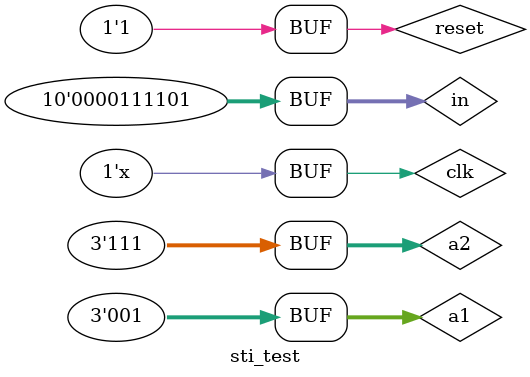
<source format=v>
module sti_test;
  
  reg [9:0]in;
  reg [2:0]a1,a2;
  reg clk,reset;
  wire [39:0]out;
  
  initial
  begin
	clk <= 1;
	reset <= 0;
	a1 <= 3'b001;
	a2 <= 3'b111;
	#20
	reset <= 1;
	//#30
  in <= 10'b0000111101;
  end

  always #5 clk <= ~clk;

  test TEST1(in,out,a1,a2,clk,reset); // define input & output ports of your top module by youself 



endmodule
</source>
